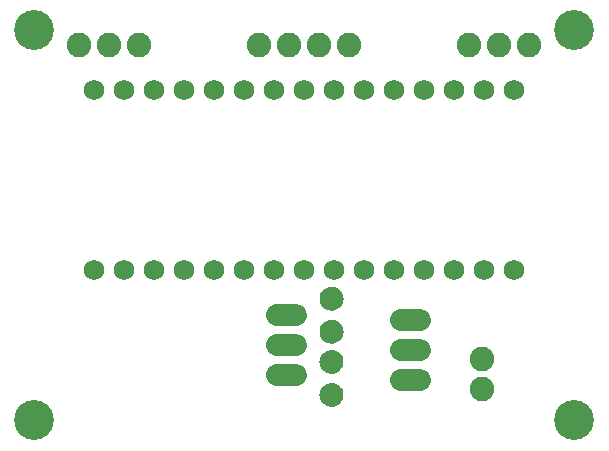
<source format=gbr>
G04 EAGLE Gerber RS-274X export*
G75*
%MOMM*%
%FSLAX34Y34*%
%LPD*%
%INSoldermask Bottom*%
%IPPOS*%
%AMOC8*
5,1,8,0,0,1.08239X$1,22.5*%
G01*
%ADD10C,3.378200*%
%ADD11C,2.082800*%
%ADD12C,1.727200*%
%ADD13C,1.879600*%
%ADD14C,1.853200*%

G36*
X480237Y496553D02*
X480237Y496553D01*
X480309Y496551D01*
X482145Y496756D01*
X482191Y496770D01*
X482266Y496782D01*
X484027Y497342D01*
X484069Y497365D01*
X484141Y497391D01*
X485758Y498284D01*
X485796Y498314D01*
X485861Y498354D01*
X487273Y499545D01*
X487304Y499582D01*
X487360Y499634D01*
X488513Y501078D01*
X488536Y501120D01*
X488580Y501182D01*
X489429Y502823D01*
X489444Y502869D01*
X489475Y502938D01*
X489988Y504713D01*
X489993Y504761D01*
X490011Y504836D01*
X490167Y506676D01*
X490163Y506720D01*
X490167Y506785D01*
X490007Y508616D01*
X489994Y508662D01*
X489984Y508738D01*
X489470Y510502D01*
X489449Y510546D01*
X489424Y510618D01*
X488575Y512248D01*
X488546Y512286D01*
X488507Y512352D01*
X487357Y513785D01*
X487321Y513817D01*
X487270Y513874D01*
X485862Y515055D01*
X485821Y515079D01*
X485760Y515125D01*
X484148Y516009D01*
X484103Y516024D01*
X484034Y516058D01*
X482281Y516610D01*
X482234Y516616D01*
X482160Y516636D01*
X480333Y516836D01*
X480287Y516832D01*
X480218Y516838D01*
X478542Y516715D01*
X478499Y516704D01*
X478433Y516698D01*
X476803Y516287D01*
X476763Y516268D01*
X476699Y516250D01*
X475166Y515562D01*
X475129Y515537D01*
X475069Y515508D01*
X473679Y514564D01*
X473647Y514533D01*
X473593Y514495D01*
X472387Y513324D01*
X472361Y513288D01*
X472315Y513240D01*
X471331Y511878D01*
X471312Y511837D01*
X471275Y511783D01*
X470542Y510270D01*
X470530Y510227D01*
X470503Y510167D01*
X470045Y508550D01*
X470040Y508505D01*
X470024Y508441D01*
X469853Y506769D01*
X469857Y506721D01*
X469853Y506642D01*
X470019Y504970D01*
X470031Y504927D01*
X470040Y504862D01*
X470494Y503244D01*
X470513Y503203D01*
X470533Y503140D01*
X471261Y501626D01*
X471287Y501590D01*
X471317Y501531D01*
X472298Y500166D01*
X472330Y500135D01*
X472370Y500082D01*
X473572Y498908D01*
X473609Y498883D01*
X473657Y498838D01*
X475045Y497891D01*
X475086Y497873D01*
X475142Y497837D01*
X476673Y497145D01*
X476716Y497134D01*
X476777Y497108D01*
X478406Y496693D01*
X478450Y496690D01*
X478515Y496675D01*
X480190Y496549D01*
X480237Y496553D01*
G37*
G36*
X480237Y468562D02*
X480237Y468562D01*
X480309Y468560D01*
X482145Y468765D01*
X482191Y468779D01*
X482266Y468791D01*
X484027Y469351D01*
X484069Y469374D01*
X484141Y469400D01*
X485758Y470293D01*
X485796Y470323D01*
X485861Y470363D01*
X487273Y471554D01*
X487304Y471591D01*
X487360Y471643D01*
X488513Y473087D01*
X488536Y473129D01*
X488580Y473191D01*
X489429Y474832D01*
X489444Y474878D01*
X489475Y474947D01*
X489988Y476722D01*
X489993Y476770D01*
X490011Y476845D01*
X490167Y478685D01*
X490163Y478729D01*
X490167Y478794D01*
X490007Y480625D01*
X489994Y480671D01*
X489984Y480747D01*
X489470Y482511D01*
X489449Y482555D01*
X489424Y482627D01*
X488575Y484257D01*
X488546Y484295D01*
X488507Y484361D01*
X487357Y485794D01*
X487321Y485826D01*
X487270Y485883D01*
X485862Y487064D01*
X485821Y487088D01*
X485760Y487134D01*
X484148Y488018D01*
X484103Y488033D01*
X484034Y488067D01*
X482281Y488619D01*
X482234Y488625D01*
X482160Y488645D01*
X480333Y488845D01*
X480287Y488841D01*
X480218Y488847D01*
X478542Y488724D01*
X478499Y488713D01*
X478433Y488707D01*
X476803Y488296D01*
X476763Y488277D01*
X476699Y488259D01*
X475166Y487571D01*
X475129Y487546D01*
X475069Y487517D01*
X473679Y486573D01*
X473647Y486542D01*
X473593Y486504D01*
X472387Y485333D01*
X472361Y485297D01*
X472315Y485249D01*
X471331Y483887D01*
X471312Y483846D01*
X471275Y483792D01*
X470542Y482279D01*
X470530Y482236D01*
X470503Y482176D01*
X470045Y480559D01*
X470040Y480514D01*
X470024Y480450D01*
X469853Y478778D01*
X469857Y478730D01*
X469853Y478651D01*
X470019Y476979D01*
X470031Y476936D01*
X470040Y476871D01*
X470494Y475253D01*
X470513Y475212D01*
X470533Y475149D01*
X471261Y473635D01*
X471287Y473599D01*
X471317Y473540D01*
X472298Y472175D01*
X472330Y472144D01*
X472370Y472091D01*
X473572Y470917D01*
X473609Y470892D01*
X473657Y470847D01*
X475045Y469900D01*
X475086Y469882D01*
X475142Y469846D01*
X476673Y469154D01*
X476716Y469143D01*
X476777Y469117D01*
X478406Y468702D01*
X478450Y468699D01*
X478515Y468684D01*
X480190Y468558D01*
X480237Y468562D01*
G37*
G36*
X481578Y550136D02*
X481578Y550136D01*
X481621Y550147D01*
X481687Y550153D01*
X483317Y550565D01*
X483357Y550583D01*
X483421Y550601D01*
X484954Y551289D01*
X484991Y551314D01*
X485051Y551343D01*
X486441Y552287D01*
X486473Y552318D01*
X486527Y552356D01*
X487733Y553527D01*
X487759Y553564D01*
X487805Y553611D01*
X488789Y554973D01*
X488808Y555014D01*
X488845Y555068D01*
X489578Y556581D01*
X489590Y556624D01*
X489617Y556684D01*
X490075Y558301D01*
X490080Y558346D01*
X490096Y558410D01*
X490267Y560082D01*
X490263Y560130D01*
X490267Y560209D01*
X490101Y561881D01*
X490089Y561924D01*
X490080Y561990D01*
X489626Y563607D01*
X489607Y563648D01*
X489587Y563711D01*
X488859Y565225D01*
X488833Y565261D01*
X488803Y565320D01*
X487822Y566685D01*
X487790Y566716D01*
X487750Y566769D01*
X486548Y567943D01*
X486511Y567968D01*
X486463Y568013D01*
X485075Y568960D01*
X485034Y568978D01*
X484978Y569014D01*
X483447Y569706D01*
X483404Y569717D01*
X483343Y569743D01*
X481714Y570158D01*
X481670Y570161D01*
X481605Y570176D01*
X479930Y570302D01*
X479883Y570298D01*
X479811Y570300D01*
X477976Y570095D01*
X477929Y570081D01*
X477854Y570069D01*
X476093Y569509D01*
X476051Y569486D01*
X475979Y569460D01*
X474362Y568567D01*
X474324Y568537D01*
X474259Y568497D01*
X472847Y567306D01*
X472816Y567269D01*
X472760Y567217D01*
X471607Y565773D01*
X471585Y565731D01*
X471540Y565669D01*
X470691Y564028D01*
X470677Y563982D01*
X470645Y563913D01*
X470132Y562138D01*
X470127Y562090D01*
X470110Y562015D01*
X469953Y560175D01*
X469957Y560131D01*
X469953Y560066D01*
X470113Y558235D01*
X470126Y558189D01*
X470134Y558128D01*
X470134Y558126D01*
X470136Y558113D01*
X470650Y556349D01*
X470671Y556305D01*
X470696Y556233D01*
X471545Y554603D01*
X471574Y554565D01*
X471613Y554499D01*
X472763Y553066D01*
X472799Y553034D01*
X472850Y552977D01*
X474258Y551796D01*
X474299Y551772D01*
X474360Y551726D01*
X475972Y550842D01*
X476017Y550827D01*
X476086Y550793D01*
X477839Y550241D01*
X477886Y550235D01*
X477960Y550215D01*
X479787Y550016D01*
X479833Y550019D01*
X479902Y550013D01*
X481578Y550136D01*
G37*
G36*
X481578Y522145D02*
X481578Y522145D01*
X481621Y522156D01*
X481687Y522162D01*
X483317Y522574D01*
X483357Y522592D01*
X483421Y522610D01*
X484954Y523298D01*
X484991Y523323D01*
X485051Y523352D01*
X486441Y524296D01*
X486473Y524327D01*
X486527Y524365D01*
X487733Y525536D01*
X487759Y525573D01*
X487805Y525620D01*
X488789Y526982D01*
X488808Y527023D01*
X488845Y527077D01*
X489578Y528590D01*
X489590Y528633D01*
X489617Y528693D01*
X490075Y530310D01*
X490080Y530355D01*
X490096Y530419D01*
X490267Y532091D01*
X490263Y532139D01*
X490267Y532218D01*
X490101Y533890D01*
X490089Y533933D01*
X490080Y533999D01*
X489626Y535616D01*
X489607Y535657D01*
X489587Y535720D01*
X488859Y537234D01*
X488833Y537270D01*
X488803Y537329D01*
X487822Y538694D01*
X487790Y538725D01*
X487750Y538778D01*
X486548Y539952D01*
X486511Y539977D01*
X486463Y540022D01*
X485075Y540969D01*
X485034Y540987D01*
X484978Y541023D01*
X483447Y541715D01*
X483404Y541726D01*
X483343Y541752D01*
X481714Y542167D01*
X481670Y542170D01*
X481605Y542185D01*
X479930Y542311D01*
X479883Y542307D01*
X479811Y542309D01*
X477976Y542104D01*
X477929Y542090D01*
X477854Y542078D01*
X476093Y541518D01*
X476051Y541495D01*
X475979Y541469D01*
X474362Y540576D01*
X474324Y540546D01*
X474259Y540506D01*
X472847Y539315D01*
X472816Y539278D01*
X472760Y539226D01*
X471607Y537782D01*
X471585Y537740D01*
X471540Y537678D01*
X470691Y536037D01*
X470677Y535991D01*
X470645Y535922D01*
X470132Y534147D01*
X470127Y534099D01*
X470110Y534024D01*
X469953Y532184D01*
X469957Y532140D01*
X469953Y532075D01*
X470113Y530244D01*
X470126Y530198D01*
X470134Y530137D01*
X470134Y530135D01*
X470136Y530122D01*
X470650Y528358D01*
X470671Y528314D01*
X470696Y528242D01*
X471545Y526612D01*
X471574Y526574D01*
X471613Y526508D01*
X472763Y525075D01*
X472799Y525043D01*
X472850Y524986D01*
X474258Y523805D01*
X474299Y523781D01*
X474360Y523735D01*
X475972Y522851D01*
X476017Y522836D01*
X476086Y522802D01*
X477839Y522250D01*
X477886Y522244D01*
X477960Y522224D01*
X479787Y522025D01*
X479833Y522028D01*
X479902Y522022D01*
X481578Y522145D01*
G37*
D10*
X228600Y457200D03*
X685800Y457200D03*
X685800Y787400D03*
X228600Y787400D03*
D11*
X419100Y774700D03*
X444500Y774700D03*
X469900Y774700D03*
X495300Y774700D03*
X317500Y774700D03*
X292100Y774700D03*
X266700Y774700D03*
D12*
X457200Y736600D03*
X482600Y736600D03*
X508000Y736600D03*
X533400Y736600D03*
X558800Y736600D03*
X584200Y736600D03*
X431800Y736600D03*
X406400Y736600D03*
X381000Y736600D03*
X355600Y736600D03*
X330200Y736600D03*
X304800Y736600D03*
X279400Y736600D03*
X609600Y736600D03*
X635000Y736600D03*
X457200Y584200D03*
X431800Y584200D03*
X406400Y584200D03*
X381000Y584200D03*
X355600Y584200D03*
X330200Y584200D03*
X482600Y584200D03*
X508000Y584200D03*
X533400Y584200D03*
X558800Y584200D03*
X584200Y584200D03*
X609600Y584200D03*
X635000Y584200D03*
X304800Y584200D03*
X279400Y584200D03*
D11*
X647700Y774700D03*
X622300Y774700D03*
X596900Y774700D03*
D13*
X450342Y495300D02*
X433578Y495300D01*
X433578Y520700D02*
X450342Y520700D01*
X450342Y546100D02*
X433578Y546100D01*
D11*
X607822Y509270D03*
X607822Y483870D03*
D14*
X555366Y541782D02*
X538866Y541782D01*
X538866Y516382D02*
X555366Y516382D01*
X555366Y490982D02*
X538866Y490982D01*
M02*

</source>
